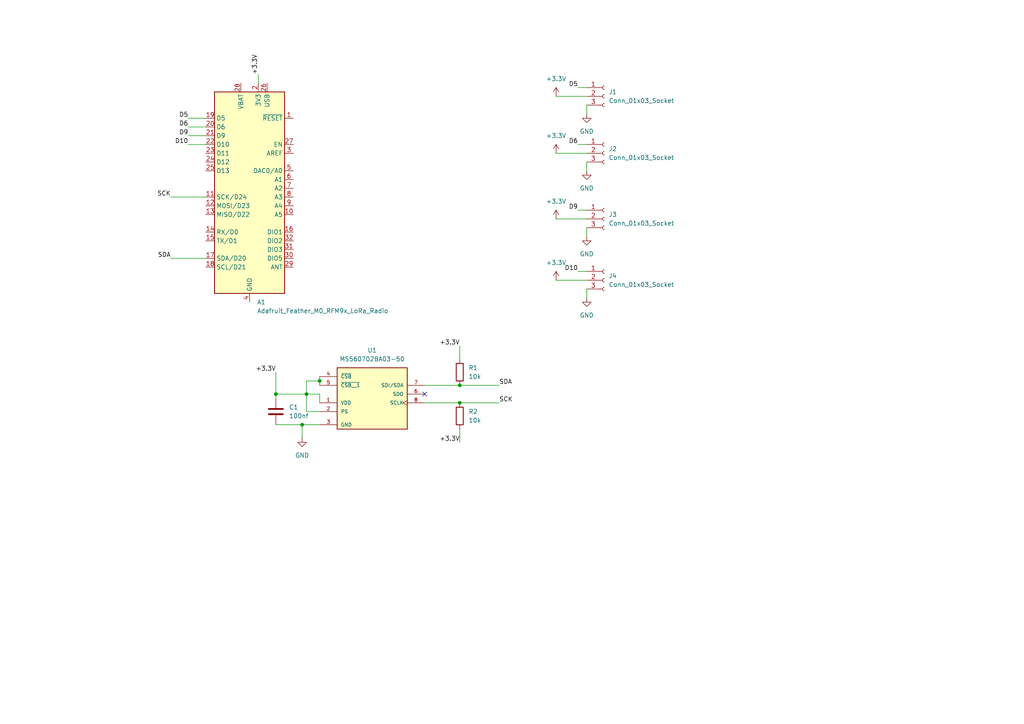
<source format=kicad_sch>
(kicad_sch (version 20250114) (generator "eeschema") (generator_version "9.0")
  (paper "A4")
  (lib_symbols
    (symbol "Connector:Conn_01x03_Socket" (pin_names (offset 1.016) (hide yes))
      (property "Reference" "J" (at 0 5.08 0))
      (property "Value" "Conn_01x03_Socket" (at 0 -5.08 0))
      (symbol "Conn_01x03_Socket_1_1"
        (polyline (pts (xy -1.27 2.54) (xy -0.508 2.54)) (stroke (width 0.1524)))
        (polyline (pts (xy -1.27 0) (xy -0.508 0)) (stroke (width 0.1524)))
        (polyline (pts (xy -1.27 -2.54) (xy -0.508 -2.54)) (stroke (width 0.1524)))
        (arc (start 0 2.032) (mid -0.5058 2.54) (end 0 3.048) (stroke (width 0.1524)))
        (arc (start 0 -0.508) (mid -0.5058 0) (end 0 0.508) (stroke (width 0.1524)))
        (arc (start 0 -3.048) (mid -0.5058 -2.54) (end 0 -2.032) (stroke (width 0.1524)))
        (pin passive line (at -5.08 2.54 0) (length 3.81) (name "Pin_1") (number "1"))
        (pin passive line (at -5.08 0 0) (length 3.81) (name "Pin_2") (number "2"))
        (pin passive line (at -5.08 -2.54 0) (length 3.81) (name "Pin_3") (number "3"))
      )
    )
    (symbol "Device:C" (pin_numbers (hide yes)) (pin_names (offset 0.254))
      (property "Reference" "C" (at 0.635 2.54 0))
      (property "Value" "C" (at 0.635 -2.54 0))
      (symbol "C_0_1"
        (polyline (pts (xy -2.032 0.762) (xy 2.032 0.762)) (stroke (width 0.508)))
        (polyline (pts (xy -2.032 -0.762) (xy 2.032 -0.762)) (stroke (width 0.508)))
      )
      (symbol "C_1_1"
        (pin passive line (at 0 3.81 270) (length 2.794) (name "~") (number "1"))
        (pin passive line (at 0 -3.81 90) (length 2.794) (name "~") (number "2"))
      )
    )
    (symbol "Device:R" (pin_numbers (hide yes)) (pin_names (offset 0))
      (property "Reference" "R" (at 2.032 0 90))
      (property "Value" "R" (at 0 0 90))
      (symbol "R_0_1"
        (rectangle (start -1.016 -2.54) (end 1.016 2.54) (stroke (width 0.254)))
      )
      (symbol "R_1_1"
        (pin passive line (at 0 3.81 270) (length 1.27) (name "~") (number "1"))
        (pin passive line (at 0 -3.81 90) (length 1.27) (name "~") (number "2"))
      )
    )
    (symbol "MCU_Module:Adafruit_Feather_M0_RFM9x_LoRa_Radio"
      (property "Reference" "A" (at -10.16 29.21 0))
      (property "Value" "Adafruit_Feather_M0_RFM9x_LoRa_Radio" (at 2.54 -31.75 0))
      (symbol "Adafruit_Feather_M0_RFM9x_LoRa_Radio_0_1"
        (rectangle (start -10.16 27.94) (end 10.16 -30.48) (stroke (width 0.254)) (fill (type background)))
      )
      (symbol "Adafruit_Feather_M0_RFM9x_LoRa_Radio_1_1"
        (pin bidirectional line (at -12.7 20.32 0) (length 2.54) (name "D5") (number "19"))
        (pin bidirectional line (at -12.7 17.78 0) (length 2.54) (name "D6") (number "20"))
        (pin bidirectional line (at -12.7 15.24 0) (length 2.54) (name "D9") (number "21"))
        (pin bidirectional line (at -12.7 12.7 0) (length 2.54) (name "D10") (number "22"))
        (pin bidirectional line (at -12.7 10.16 0) (length 2.54) (name "D11") (number "23"))
        (pin bidirectional line (at -12.7 7.62 0) (length 2.54) (name "D12") (number "24"))
        (pin bidirectional line (at -12.7 5.08 0) (length 2.54) (name "D13") (number "25"))
        (pin bidirectional line (at -12.7 -2.54 0) (length 2.54) (name "SCK/D24") (number "11"))
        (pin bidirectional line (at -12.7 -5.08 0) (length 2.54) (name "MOSI/D23") (number "12"))
        (pin bidirectional line (at -12.7 -7.62 0) (length 2.54) (name "MISO/D22") (number "13"))
        (pin bidirectional line (at -12.7 -12.7 0) (length 2.54) (name "RX/D0") (number "14"))
        (pin bidirectional line (at -12.7 -15.24 0) (length 2.54) (name "TX/D1") (number "15"))
        (pin bidirectional line (at -12.7 -20.32 0) (length 2.54) (name "SDA/D20") (number "17"))
        (pin bidirectional line (at -12.7 -22.86 0) (length 2.54) (name "SCL/D21") (number "18"))
        (pin power_in line (at -2.54 30.48 270) (length 2.54) (name "VBAT") (number "28"))
        (pin power_in line (at 0 -33.02 90) (length 2.54) (name "GND") (number "4"))
        (pin power_in line (at 2.54 30.48 270) (length 2.54) (name "3V3") (number "2"))
        (pin power_in line (at 5.08 30.48 270) (length 2.54) (name "USB") (number "26"))
        (pin input line (at 12.7 20.32 180) (length 2.54) (name "~{RESET}") (number "1"))
        (pin input line (at 12.7 12.7 180) (length 2.54) (name "EN") (number "27"))
        (pin input line (at 12.7 10.16 180) (length 2.54) (name "AREF") (number "3"))
        (pin bidirectional line (at 12.7 5.08 180) (length 2.54) (name "DAC0/A0") (number "5"))
        (pin bidirectional line (at 12.7 2.54 180) (length 2.54) (name "A1") (number "6"))
        (pin bidirectional line (at 12.7 0 180) (length 2.54) (name "A2") (number "7"))
        (pin bidirectional line (at 12.7 -2.54 180) (length 2.54) (name "A3") (number "8"))
        (pin bidirectional line (at 12.7 -5.08 180) (length 2.54) (name "A4") (number "9"))
        (pin bidirectional line (at 12.7 -7.62 180) (length 2.54) (name "A5") (number "10"))
        (pin bidirectional line (at 12.7 -12.7 180) (length 2.54) (name "DIO1") (number "16"))
        (pin bidirectional line (at 12.7 -15.24 180) (length 2.54) (name "DIO2") (number "32"))
        (pin bidirectional line (at 12.7 -17.78 180) (length 2.54) (name "DIO3") (number "31"))
        (pin bidirectional line (at 12.7 -20.32 180) (length 2.54) (name "DIO5") (number "30"))
        (pin bidirectional line (at 12.7 -22.86 180) (length 2.54) (name "ANT") (number "29"))
      )
    )
    (symbol "power:+3.3V" (power) (pin_numbers (hide yes)) (pin_names (offset 0) (hide yes))
      (property "Value" "+3.3V" (at 0 3.556 0))
      (symbol "+3.3V_0_1"
        (polyline (pts (xy -0.762 1.27) (xy 0 2.54)))
        (polyline (pts (xy 0 2.54) (xy 0.762 1.27)))
        (polyline (pts (xy 0 0) (xy 0 2.54)))
      )
      (symbol "+3.3V_1_1"
        (pin power_in line (at 0 0 90) (length 0) (name "~") (number "1"))
      )
    )
    (symbol "power:GND" (power) (pin_numbers (hide yes)) (pin_names (offset 0) (hide yes))
      (property "Value" "GND" (at 0 -3.81 0))
      (symbol "GND_0_1"
        (polyline (pts (xy 0 0) (xy 0 -1.27) (xy 1.27 -1.27) (xy 0 -2.54) (xy -1.27 -1.27) (xy 0 -1.27)))
      )
      (symbol "GND_1_1"
        (pin power_in line (at 0 0 270) (length 0) (name "~") (number "1"))
      )
    )
    (symbol "pressure:MS560702BA03-50" (pin_names (offset 1.016))
      (property "Reference" "U1" (at 0 12.7 0))
      (property "Value" "MS560702BA03-50" (at 0 10.16 0))
      (symbol "MS560702BA03-50_0_0"
        (rectangle (start -10.16 7.62) (end 10.16 -10.16) (stroke (width 0.254)) (fill (type background)))
        (pin input line (at -15.24 5.08 0) (length 5.08) (name "~{CSB}") (number "4"))
        (pin input line (at -15.24 2.54 0) (length 5.08) (name "~{CSB__1}") (number "5"))
        (pin power_in line (at -15.24 -2.54 0) (length 5.08) (name "VDD") (number "1"))
        (pin input line (at -15.24 -5.08 0) (length 5.08) (name "PS") (number "2"))
        (pin power_in line (at -15.24 -8.89 0) (length 5.08) (name "GND") (number "3"))
        (pin bidirectional line (at 15.24 2.54 180) (length 5.08) (name "SDI/SDA") (number "7"))
        (pin output line (at 15.24 0 180) (length 5.08) (name "SDO") (number "6"))
        (pin input clock (at 15.24 -2.54 180) (length 5.08) (name "SCLK") (number "8"))
      )
    )
  )
  (junction (at 133.35 111.76))
  (junction (at 133.35 116.84))
  (junction (at 80.01 114.3))
  (junction (at 87.63 123.19))
  (junction (at 92.71 110.49))
  (junction (at 88.9 114.3))
  (no_connect (at 123.19 114.3))
  (wire (pts (xy 92.71 109.22) (xy 92.71 110.49)))
  (wire (pts (xy 161.29 63.5) (xy 170.18 63.5)))
  (wire (pts (xy 161.29 81.28) (xy 170.18 81.28)))
  (wire (pts (xy 54.61 39.37) (xy 59.69 39.37)))
  (wire (pts (xy 123.19 116.84) (xy 133.35 116.84)))
  (wire (pts (xy 167.64 60.96) (xy 170.18 60.96)))
  (wire (pts (xy 87.63 123.19) (xy 92.71 123.19)))
  (wire (pts (xy 123.19 111.76) (xy 133.35 111.76)))
  (wire (pts (xy 161.29 27.94) (xy 170.18 27.94)))
  (wire (pts (xy 92.71 110.49) (xy 88.9 110.49)))
  (wire (pts (xy 92.71 116.84) (xy 92.71 114.3)))
  (wire (pts (xy 167.64 41.91) (xy 170.18 41.91)))
  (wire (pts (xy 88.9 119.38) (xy 92.71 119.38)))
  (wire (pts (xy 54.61 34.29) (xy 59.69 34.29)))
  (wire (pts (xy 133.35 124.46) (xy 133.35 128.27)))
  (wire (pts (xy 80.01 114.3) (xy 88.9 114.3)))
  (wire (pts (xy 88.9 114.3) (xy 92.71 114.3)))
  (wire (pts (xy 170.18 83.82) (xy 170.18 86.36)))
  (wire (pts (xy 170.18 66.04) (xy 170.18 68.58)))
  (wire (pts (xy 88.9 110.49) (xy 88.9 114.3)))
  (wire (pts (xy 80.01 114.3) (xy 80.01 115.57)))
  (wire (pts (xy 54.61 36.83) (xy 59.69 36.83)))
  (wire (pts (xy 49.53 57.15) (xy 59.69 57.15)))
  (wire (pts (xy 170.18 30.48) (xy 170.18 33.02)))
  (wire (pts (xy 80.01 123.19) (xy 87.63 123.19)))
  (wire (pts (xy 74.93 21.59) (xy 74.93 24.13)))
  (wire (pts (xy 88.9 114.3) (xy 88.9 119.38)))
  (wire (pts (xy 133.35 100.33) (xy 133.35 104.14)))
  (wire (pts (xy 92.71 110.49) (xy 92.71 111.76)))
  (wire (pts (xy 80.01 107.95) (xy 80.01 114.3)))
  (wire (pts (xy 54.61 41.91) (xy 59.69 41.91)))
  (wire (pts (xy 49.53 74.93) (xy 59.69 74.93)))
  (wire (pts (xy 161.29 44.45) (xy 170.18 44.45)))
  (wire (pts (xy 167.64 25.4) (xy 170.18 25.4)))
  (wire (pts (xy 133.35 116.84) (xy 144.78 116.84)))
  (wire (pts (xy 167.64 78.74) (xy 170.18 78.74)))
  (wire (pts (xy 170.18 46.99) (xy 170.18 49.53)))
  (wire (pts (xy 133.35 111.76) (xy 144.78 111.76)))
  (wire (pts (xy 87.63 123.19) (xy 87.63 127)))
  (label "SDA" (at 49.53 74.93 180))
  (label "D10" (at 167.64 78.74 180))
  (label "D10" (at 54.61 41.91 180))
  (label "+3.3V" (at 74.93 21.59 90))
  (label "D9" (at 54.61 39.37 180))
  (label "D5" (at 167.64 25.4 180))
  (label "SDA" (at 144.78 111.76 0))
  (label "SCK" (at 144.78 116.84 0))
  (label "D9" (at 167.64 60.96 180))
  (label "D6" (at 167.64 41.91 180))
  (label "+3.3V" (at 133.35 128.27 180))
  (label "D6" (at 54.61 36.83 180))
  (label "+3.3V" (at 133.35 100.33 180))
  (label "D5" (at 54.61 34.29 180))
  (label "+3.3V" (at 80.01 107.95 180))
  (label "SCK" (at 49.53 57.15 180))
  (symbol (lib_id "Connector:Conn_01x03_Socket") (at 175.26 27.94 0) (unit 1)
    (property "Reference" "J1" (at 176.53 26.6699 0) (effects (justify left)))
    (property "Value" "Conn_01x03_Socket" (at 176.53 29.2099 0) (effects (justify left)))
    (property "Footprint" "Connector_PinSocket_2.54mm:PinSocket_1x03_P2.54mm_Vertical" (effects (hide yes)))
    (property "Description" "Generic connector, single row, 01x03, script generated" (effects (hide yes)))
  )
  (symbol (lib_id "MCU_Module:Adafruit_Feather_M0_RFM9x_LoRa_Radio") (at 72.39 54.61 0) (unit 1)
    (property "Reference" "A1" (at 74.5333 87.63 0) (effects (justify left)))
    (property "Value" "Adafruit_Feather_M0_RFM9x_LoRa_Radio" (at 74.5333 90.17 0) (effects (justify left)))
    (property "Footprint" "Module:Adafruit_Feather_M0_RFM" (effects (hide yes)))
    (property "Datasheet" "https://cdn-learn.adafruit.com/downloads/pdf/adafruit-feather-m0-radio-with-lora-radio-module.pdf" (effects (hide yes)))
    (property "Description" "Microcontroller module with SAMD21 Cortex-M0 MCU and RFM9x Radio" (effects (hide yes)))
  )
  (symbol (lib_id "power:GND") (at 170.18 68.58 0) (unit 1)
    (property "Reference" "#PWR03" (effects (hide yes)))
    (property "Value" "GND" (at 170.18 73.66 0))
    (property "Description" "Power symbol creates a global label with name \"GND\" , ground" (effects (hide yes)))
  )
  (symbol (lib_id "power:GND") (at 170.18 33.02 0) (unit 1)
    (property "Reference" "#PWR01" (effects (hide yes)))
    (property "Value" "GND" (at 170.18 38.1 0))
    (property "Description" "Power symbol creates a global label with name \"GND\" , ground" (effects (hide yes)))
  )
  (symbol (lib_id "power:+3.3V") (at 161.29 81.28 0) (unit 1)
    (property "Reference" "#PWR08" (effects (hide yes)))
    (property "Value" "+3.3V" (at 161.29 76.2 0))
    (property "Description" "Power symbol creates a global label with name \"+3.3V\"" (effects (hide yes)))
  )
  (symbol (lib_id "power:GND") (at 87.63 127 0) (unit 1)
    (property "Reference" "#PWR011" (effects (hide yes)))
    (property "Value" "GND" (at 87.63 132.08 0))
    (property "Description" "Power symbol creates a global label with name \"GND\" , ground" (effects (hide yes)))
  )
  (symbol (lib_id "Connector:Conn_01x03_Socket") (at 175.26 63.5 0) (unit 1)
    (property "Reference" "J3" (at 176.53 62.2299 0) (effects (justify left)))
    (property "Value" "Conn_01x03_Socket" (at 176.53 64.7699 0) (effects (justify left)))
    (property "Footprint" "Connector_PinSocket_2.54mm:PinSocket_1x03_P2.54mm_Vertical" (effects (hide yes)))
    (property "Description" "Generic connector, single row, 01x03, script generated" (effects (hide yes)))
  )
  (symbol (lib_id "Device:C") (at 80.01 119.38 0) (unit 1)
    (property "Reference" "C1" (at 83.82 118.1099 0) (effects (justify left)))
    (property "Value" "100nf" (at 83.82 120.6499 0) (effects (justify left)))
    (property "Footprint" "Capacitor_SMD:C_0603_1608Metric_Pad1.08x0.95mm_HandSolder" (effects (hide yes)))
    (property "Description" "Unpolarized capacitor" (effects (hide yes)))
  )
  (symbol (lib_id "Device:R") (at 133.35 120.65 0) (unit 1)
    (property "Reference" "R2" (at 135.89 119.3799 0) (effects (justify left)))
    (property "Value" "10k" (at 135.89 121.9199 0) (effects (justify left)))
    (property "Footprint" "Resistor_SMD:R_0603_1608Metric_Pad0.98x0.95mm_HandSolder" (effects (hide yes)))
    (property "Description" "Resistor" (effects (hide yes)))
  )
  (symbol (lib_id "power:GND") (at 170.18 86.36 0) (unit 1)
    (property "Reference" "#PWR04" (effects (hide yes)))
    (property "Value" "GND" (at 170.18 91.44 0))
    (property "Description" "Power symbol creates a global label with name \"GND\" , ground" (effects (hide yes)))
  )
  (symbol (lib_id "Connector:Conn_01x03_Socket") (at 175.26 44.45 0) (unit 1)
    (property "Reference" "J2" (at 176.53 43.1799 0) (effects (justify left)))
    (property "Value" "Conn_01x03_Socket" (at 176.53 45.7199 0) (effects (justify left)))
    (property "Footprint" "Connector_PinSocket_2.54mm:PinSocket_1x03_P2.54mm_Vertical" (effects (hide yes)))
    (property "Description" "Generic connector, single row, 01x03, script generated" (effects (hide yes)))
  )
  (symbol (lib_id "Connector:Conn_01x03_Socket") (at 175.26 81.28 0) (unit 1)
    (property "Reference" "J4" (at 176.53 80.0099 0) (effects (justify left)))
    (property "Value" "Conn_01x03_Socket" (at 176.53 82.5499 0) (effects (justify left)))
    (property "Footprint" "Connector_PinSocket_2.54mm:PinSocket_1x03_P2.54mm_Vertical" (effects (hide yes)))
    (property "Description" "Generic connector, single row, 01x03, script generated" (effects (hide yes)))
  )
  (symbol (lib_id "power:GND") (at 170.18 49.53 0) (unit 1)
    (property "Reference" "#PWR02" (effects (hide yes)))
    (property "Value" "GND" (at 170.18 54.61 0))
    (property "Description" "Power symbol creates a global label with name \"GND\" , ground" (effects (hide yes)))
  )
  (symbol (lib_id "power:+3.3V") (at 161.29 27.94 0) (unit 1)
    (property "Reference" "#PWR05" (effects (hide yes)))
    (property "Value" "+3.3V" (at 161.29 22.86 0))
    (property "Description" "Power symbol creates a global label with name \"+3.3V\"" (effects (hide yes)))
  )
  (symbol (lib_id "power:+3.3V") (at 161.29 44.45 0) (unit 1)
    (property "Reference" "#PWR06" (effects (hide yes)))
    (property "Value" "+3.3V" (at 161.29 39.37 0))
    (property "Description" "Power symbol creates a global label with name \"+3.3V\"" (effects (hide yes)))
  )
  (symbol (lib_id "power:+3.3V") (at 161.29 63.5 0) (unit 1)
    (property "Reference" "#PWR07" (effects (hide yes)))
    (property "Value" "+3.3V" (at 161.29 58.42 0))
    (property "Description" "Power symbol creates a global label with name \"+3.3V\"" (effects (hide yes)))
  )
  (symbol (lib_id "pressure:MS560702BA03-50") (at 107.95 114.3 0) (unit 1)
    (property "Reference" "U1" (at 107.95 101.6 0))
    (property "Value" "MS560702BA03-50" (at 107.95 104.14 0))
    (property "Footprint" "pressure:SON125P300X500X100-8N" (effects (hide yes)))
    (property "STANDARD" "MANUFACTURER RECOMMENDATIONS" (effects (hide yes)))
    (property "MANUFACTURER" "TE CONNECTIVITY" (effects (hide yes)))
  )
  (symbol (lib_id "Device:R") (at 133.35 107.95 0) (unit 1)
    (property "Reference" "R1" (at 135.89 106.6799 0) (effects (justify left)))
    (property "Value" "10k" (at 135.89 109.2199 0) (effects (justify left)))
    (property "Footprint" "Resistor_SMD:R_0603_1608Metric_Pad0.98x0.95mm_HandSolder" (effects (hide yes)))
    (property "Description" "Resistor" (effects (hide yes)))
  )
)
</source>
